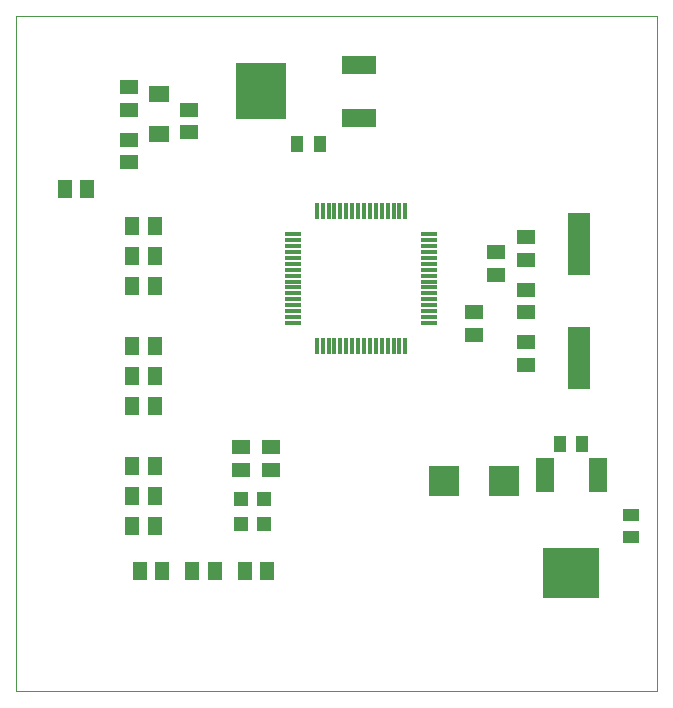
<source format=gtp>
G04 EAGLE Gerber RS-274X export*
G75*
%MOMM*%
%FSLAX34Y34*%
%LPD*%
%INSMD-Paste Oberseite*%
%IPPOS*%
%AMOC8*
5,1,8,0,0,1.08239X$1,22.5*%
G01*
%ADD10C,0.000000*%
%ADD11R,1.500000X1.300000*%
%ADD12R,1.422400X1.117600*%
%ADD13R,1.117600X1.422400*%
%ADD14R,2.540000X2.540000*%
%ADD15R,4.191000X4.826000*%
%ADD16R,2.997200X1.600200*%
%ADD17R,4.826000X4.191000*%
%ADD18R,1.600200X2.997200*%
%ADD19R,0.300000X1.475000*%
%ADD20R,1.475000X0.300000*%
%ADD21R,1.200000X1.200000*%
%ADD22R,1.930400X5.334000*%
%ADD23R,1.300000X1.500000*%
%ADD24R,1.800000X1.400000*%


D10*
X0Y0D02*
X542800Y0D01*
X542800Y571400D01*
X0Y571400D01*
X0Y0D01*
D11*
X406400Y352450D03*
X406400Y371450D03*
X95250Y492150D03*
X95250Y511150D03*
D12*
X520700Y130175D03*
X520700Y149225D03*
D13*
X238125Y463550D03*
X257175Y463550D03*
D11*
X431800Y365150D03*
X431800Y384150D03*
X431800Y295250D03*
X431800Y276250D03*
D13*
X460375Y209550D03*
X479425Y209550D03*
D11*
X387350Y320650D03*
X387350Y301650D03*
D14*
X412750Y177800D03*
X361950Y177800D03*
D15*
X207772Y508000D03*
D16*
X290576Y530098D03*
X290576Y485394D03*
D17*
X469900Y99822D03*
D18*
X447802Y182626D03*
X492506Y182626D03*
D19*
X254600Y291870D03*
X259600Y291870D03*
X264600Y291870D03*
X269600Y291870D03*
X274600Y291870D03*
X279600Y291870D03*
X284600Y291870D03*
X289600Y291870D03*
X294600Y291870D03*
X299600Y291870D03*
X304600Y291870D03*
X309600Y291870D03*
X314600Y291870D03*
X319600Y291870D03*
X324600Y291870D03*
X329600Y291870D03*
D20*
X349480Y311750D03*
X349480Y316750D03*
X349480Y321750D03*
X349480Y326750D03*
X349480Y331750D03*
X349480Y336750D03*
X349480Y341750D03*
X349480Y346750D03*
X349480Y351750D03*
X349480Y356750D03*
X349480Y361750D03*
X349480Y366750D03*
X349480Y371750D03*
X349480Y376750D03*
X349480Y381750D03*
X349480Y386750D03*
D19*
X329600Y406630D03*
X324600Y406630D03*
X319600Y406630D03*
X314600Y406630D03*
X309600Y406630D03*
X304600Y406630D03*
X299600Y406630D03*
X294600Y406630D03*
X289600Y406630D03*
X284600Y406630D03*
X279600Y406630D03*
X274600Y406630D03*
X269600Y406630D03*
X264600Y406630D03*
X259600Y406630D03*
X254600Y406630D03*
D20*
X234720Y386750D03*
X234720Y381750D03*
X234720Y376750D03*
X234720Y371750D03*
X234720Y366750D03*
X234720Y361750D03*
X234720Y356750D03*
X234720Y351750D03*
X234720Y346750D03*
X234720Y341750D03*
X234720Y336750D03*
X234720Y331750D03*
X234720Y326750D03*
X234720Y321750D03*
X234720Y316750D03*
X234720Y311750D03*
D21*
X190500Y141900D03*
X190500Y162900D03*
X209550Y141900D03*
X209550Y162900D03*
D22*
X476250Y281940D03*
X476250Y378460D03*
D23*
X212700Y101600D03*
X193700Y101600D03*
D11*
X431800Y320700D03*
X431800Y339700D03*
X215900Y187350D03*
X215900Y206350D03*
X190500Y187350D03*
X190500Y206350D03*
D23*
X41300Y425450D03*
X60300Y425450D03*
D11*
X95250Y466700D03*
X95250Y447700D03*
D23*
X168250Y101600D03*
X149250Y101600D03*
X123800Y101600D03*
X104800Y101600D03*
X98450Y139700D03*
X117450Y139700D03*
X98450Y165100D03*
X117450Y165100D03*
X98450Y190500D03*
X117450Y190500D03*
X98450Y342900D03*
X117450Y342900D03*
X98450Y368300D03*
X117450Y368300D03*
X98450Y393700D03*
X117450Y393700D03*
X98450Y241300D03*
X117450Y241300D03*
X98450Y266700D03*
X117450Y266700D03*
X98450Y292100D03*
X117450Y292100D03*
D24*
X120650Y471950D03*
X120650Y505950D03*
D11*
X146050Y473100D03*
X146050Y492100D03*
M02*

</source>
